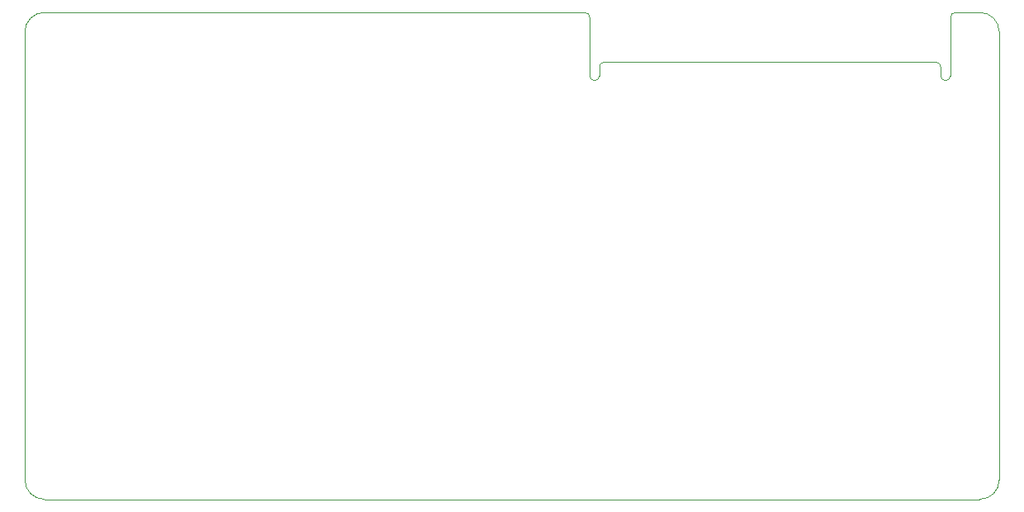
<source format=gbr>
%TF.GenerationSoftware,KiCad,Pcbnew,8.0.1*%
%TF.CreationDate,2024-05-07T15:17:13+02:00*%
%TF.ProjectId,WCH-Eth-Base,5743482d-4574-4682-9d42-6173652e6b69,rev?*%
%TF.SameCoordinates,Original*%
%TF.FileFunction,Profile,NP*%
%FSLAX46Y46*%
G04 Gerber Fmt 4.6, Leading zero omitted, Abs format (unit mm)*
G04 Created by KiCad (PCBNEW 8.0.1) date 2024-05-07 15:17:13*
%MOMM*%
%LPD*%
G01*
G04 APERTURE LIST*
%TA.AperFunction,Profile*%
%ADD10C,0.100000*%
%TD*%
G04 APERTURE END LIST*
D10*
X95406600Y50000000D02*
X97406600Y50000000D01*
X0Y48000000D02*
G75*
G02*
X2000000Y50000000I2000000J0D01*
G01*
X97900000Y50000000D02*
G75*
G02*
X99900000Y48000000I0J-2000000D01*
G01*
X99900000Y48000000D02*
X99900000Y2000000D01*
X0Y2000000D02*
X0Y48000000D01*
X99900000Y2000000D02*
G75*
G02*
X97900000Y0I-2000000J0D01*
G01*
X97900000Y0D02*
X2000000Y0D01*
X2000000Y0D02*
G75*
G02*
X0Y2000000I0J2000000D01*
G01*
X57406600Y50000000D02*
X54406600Y50000000D01*
X2000000Y50000000D02*
X54406600Y50000000D01*
X97406600Y50000000D02*
X97900000Y50000000D01*
%TO.C,J1*%
X57906600Y49500000D02*
X57906600Y43500000D01*
X58906600Y43500000D02*
X58906600Y44400000D01*
X59406600Y44900000D02*
X93406600Y44900000D01*
X93906600Y44400000D02*
X93906600Y43500000D01*
X94906600Y43500000D02*
X94906600Y49500000D01*
X94906600Y43500000D02*
X94906600Y43500000D01*
X57406600Y50000000D02*
G75*
G02*
X57906600Y49500000I-1J-500001D01*
G01*
X58406600Y43000000D02*
G75*
G02*
X57906600Y43500000I1J500001D01*
G01*
X58906600Y44400000D02*
G75*
G02*
X59406600Y44900000I500001J-1D01*
G01*
X58906600Y43500000D02*
G75*
G02*
X58406600Y43000000I-500001J1D01*
G01*
X93406600Y44900000D02*
G75*
G02*
X93906600Y44400000I0J-500000D01*
G01*
X94406600Y43000000D02*
G75*
G02*
X93906600Y43500000I0J500000D01*
G01*
X94906600Y49500000D02*
G75*
G02*
X95406600Y50000000I500000J0D01*
G01*
X94906600Y43500000D02*
G75*
G02*
X94406600Y43000000I-500000J0D01*
G01*
%TD*%
M02*

</source>
